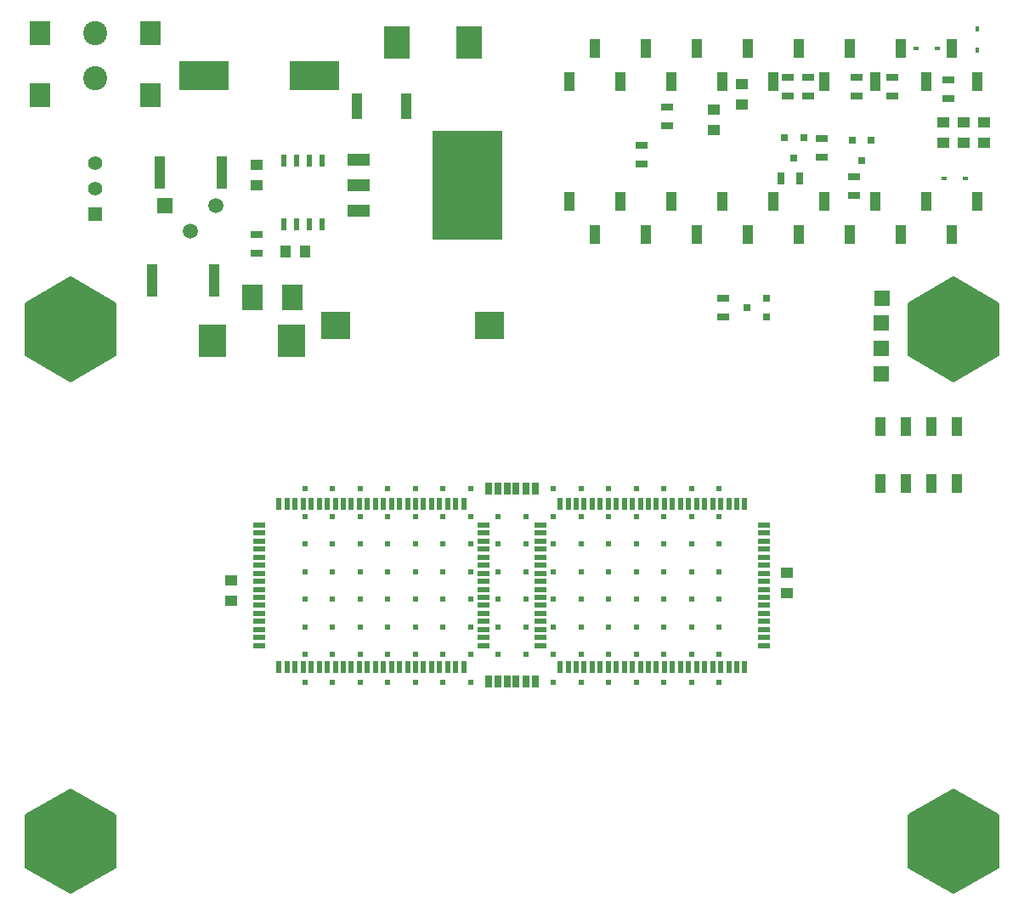
<source format=gbs>
G04 #@! TF.FileFunction,Soldermask,Bot*
%FSLAX46Y46*%
G04 Gerber Fmt 4.6, Leading zero omitted, Abs format (unit mm)*
G04 Created by KiCad (PCBNEW 0.201511241017+6328~38~ubuntu14.04.1-stable) date Mon 30 Nov 2015 09:24:39 AM CET*
%MOMM*%
G01*
G04 APERTURE LIST*
%ADD10C,0.100000*%
%ADD11C,0.150000*%
%ADD12C,1.000000*%
%ADD13C,3.200000*%
%ADD14C,9.000000*%
%ADD15R,0.500000X1.300000*%
%ADD16R,1.300000X0.500000*%
%ADD17C,0.604800*%
%ADD18R,1.000000X3.200000*%
%ADD19R,1.000000X2.500000*%
%ADD20R,2.920000X2.790000*%
%ADD21R,2.600000X3.200000*%
%ADD22R,2.286000X1.143000*%
%ADD23R,6.997700X10.800080*%
%ADD24R,1.000000X1.250000*%
%ADD25R,1.250000X1.000000*%
%ADD26R,2.000000X2.500000*%
%ADD27C,1.510000*%
%ADD28R,1.510000X1.510000*%
%ADD29R,1.300000X0.700000*%
%ADD30R,5.000000X3.000000*%
%ADD31R,2.700000X3.200000*%
%ADD32R,0.508000X1.143000*%
%ADD33R,1.020000X1.900000*%
%ADD34R,1.020000X1.850000*%
%ADD35C,2.400000*%
%ADD36R,2.000000X2.400000*%
%ADD37R,0.450000X0.590000*%
%ADD38R,0.590000X0.450000*%
%ADD39R,0.800100X0.800100*%
%ADD40R,0.700000X1.300000*%
%ADD41R,1.501140X1.501140*%
%ADD42R,1.397000X1.397000*%
%ADD43C,1.397000*%
%ADD44R,0.800000X1.300000*%
G04 APERTURE END LIST*
D10*
D11*
X51500000Y-71902000D02*
X51500000Y-77098000D01*
X60500000Y-71902000D02*
X60500000Y-77098000D01*
X56000000Y-69304000D02*
X60500000Y-71902000D01*
X51500000Y-71902000D02*
X56000000Y-69304000D01*
X56000000Y-79696000D02*
X51500000Y-77098000D01*
X60500000Y-77098000D02*
X56000000Y-79696000D01*
D12*
X52000000Y-72200000D02*
X56000000Y-69900000D01*
X52000000Y-76800000D02*
X52000000Y-72200000D01*
X56000000Y-79100000D02*
X52000000Y-76800000D01*
X60000000Y-76800000D02*
X56000000Y-79100000D01*
X60000000Y-72200000D02*
X60000000Y-76800000D01*
X56000000Y-69900000D02*
X60000000Y-72200000D01*
D11*
X51500000Y-122902000D02*
X51500000Y-128098000D01*
X60500000Y-122902000D02*
X60500000Y-128098000D01*
X56000000Y-120304000D02*
X60500000Y-122902000D01*
X51500000Y-122902000D02*
X56000000Y-120304000D01*
X56000000Y-130696000D02*
X51500000Y-128098000D01*
X60500000Y-128098000D02*
X56000000Y-130696000D01*
D12*
X52000000Y-123200000D02*
X56000000Y-120900000D01*
X52000000Y-127800000D02*
X52000000Y-123200000D01*
X56000000Y-130100000D02*
X52000000Y-127800000D01*
X60000000Y-127800000D02*
X56000000Y-130100000D01*
X60000000Y-123200000D02*
X60000000Y-127800000D01*
X56000000Y-120900000D02*
X60000000Y-123200000D01*
D11*
X139500000Y-122902000D02*
X139500000Y-128098000D01*
X148500000Y-122902000D02*
X148500000Y-128098000D01*
X144000000Y-120304000D02*
X148500000Y-122902000D01*
X139500000Y-122902000D02*
X144000000Y-120304000D01*
X144000000Y-130696000D02*
X139500000Y-128098000D01*
X148500000Y-128098000D02*
X144000000Y-130696000D01*
D12*
X140000000Y-123200000D02*
X144000000Y-120900000D01*
X140000000Y-127800000D02*
X140000000Y-123200000D01*
X144000000Y-130100000D02*
X140000000Y-127800000D01*
X148000000Y-127800000D02*
X144000000Y-130100000D01*
X148000000Y-123200000D02*
X148000000Y-127800000D01*
X144000000Y-120900000D02*
X148000000Y-123200000D01*
D11*
X139500000Y-71902000D02*
X139500000Y-77098000D01*
X148500000Y-71902000D02*
X148500000Y-77098000D01*
X144000000Y-69304000D02*
X148500000Y-71902000D01*
X139500000Y-71902000D02*
X144000000Y-69304000D01*
X144000000Y-79696000D02*
X139500000Y-77098000D01*
X148500000Y-77098000D02*
X144000000Y-79696000D01*
D12*
X140000000Y-72200000D02*
X144000000Y-69900000D01*
X140000000Y-76800000D02*
X140000000Y-72200000D01*
X144000000Y-79100000D02*
X140000000Y-76800000D01*
X148000000Y-76800000D02*
X144000000Y-79100000D01*
X148000000Y-72200000D02*
X148000000Y-76800000D01*
X144000000Y-69900000D02*
X148000000Y-72200000D01*
D13*
X56000000Y-74500000D03*
D14*
X56000000Y-74500000D03*
D13*
X56000000Y-125500000D03*
D14*
X56000000Y-125500000D03*
D13*
X144000000Y-125500000D03*
D14*
X144000000Y-125500000D03*
D15*
X95200000Y-108150000D03*
X94400000Y-108150000D03*
X93600000Y-108150000D03*
X92800000Y-108150000D03*
X92000000Y-108150000D03*
X91200000Y-108150000D03*
X90400000Y-108150000D03*
X89600000Y-108150000D03*
X88800000Y-108150000D03*
X88000000Y-108150000D03*
X87200000Y-108150000D03*
X86400000Y-108150000D03*
X85600000Y-108150000D03*
X84800000Y-108150000D03*
X84000000Y-108150000D03*
X83200000Y-108150000D03*
X82400000Y-108150000D03*
X81600000Y-108150000D03*
X80800000Y-108150000D03*
X80000000Y-108150000D03*
X79200000Y-108150000D03*
X78400000Y-108150000D03*
X77600000Y-108150000D03*
X76800000Y-108150000D03*
D16*
X74850000Y-106000000D03*
X74850000Y-105200000D03*
X74850000Y-104400000D03*
X74850000Y-103600000D03*
X74850000Y-102800000D03*
X74850000Y-102000000D03*
X74850000Y-101200000D03*
X74850000Y-100400000D03*
X74850000Y-99600000D03*
X74850000Y-98800000D03*
X74850000Y-98000000D03*
X74850000Y-97200000D03*
X74850000Y-96400000D03*
X74850000Y-95600000D03*
X74850000Y-94800000D03*
X74850000Y-94000000D03*
D15*
X76800000Y-91850000D03*
X77600000Y-91850000D03*
X78400000Y-91850000D03*
X79200000Y-91850000D03*
X80000000Y-91850000D03*
X80800000Y-91850000D03*
X81600000Y-91850000D03*
X82400000Y-91850000D03*
X83200000Y-91850000D03*
X84000000Y-91850000D03*
X84800000Y-91850000D03*
X85600000Y-91850000D03*
X86400000Y-91850000D03*
X87200000Y-91850000D03*
X88000000Y-91850000D03*
X88800000Y-91850000D03*
X89600000Y-91850000D03*
X90400000Y-91850000D03*
X91200000Y-91850000D03*
X92000000Y-91850000D03*
X92800000Y-91850000D03*
X93600000Y-91850000D03*
X94400000Y-91850000D03*
X95200000Y-91850000D03*
D16*
X97150000Y-94000000D03*
X97150000Y-94800000D03*
X97150000Y-95600000D03*
X97150000Y-96400000D03*
X97150000Y-97200000D03*
X97150000Y-98000000D03*
X97150000Y-98800000D03*
X97150000Y-99600000D03*
X97150000Y-100400000D03*
X97150000Y-101200000D03*
X97150000Y-102000000D03*
X97150000Y-102800000D03*
X97150000Y-103600000D03*
X97150000Y-104400000D03*
X97150000Y-105200000D03*
X97150000Y-106000000D03*
D17*
X79375000Y-90375000D03*
X82125000Y-90375000D03*
X84875000Y-90375000D03*
X87625000Y-90375000D03*
X90375000Y-90375000D03*
X93125000Y-90375000D03*
X95875000Y-90375000D03*
X98625000Y-90375000D03*
X79375000Y-93125000D03*
X82125000Y-93125000D03*
X84875000Y-93125000D03*
X87625000Y-93125000D03*
X90375000Y-93125000D03*
X93125000Y-93125000D03*
X95875000Y-93125000D03*
X98625000Y-93125000D03*
X79375000Y-95875000D03*
X82125000Y-95875000D03*
X84875000Y-95875000D03*
X87625000Y-95875000D03*
X90375000Y-95875000D03*
X93125000Y-95875000D03*
X95875000Y-95875000D03*
X98625000Y-95875000D03*
X79375000Y-98625000D03*
X82125000Y-98625000D03*
X84875000Y-98625000D03*
X87625000Y-98625000D03*
X90375000Y-98625000D03*
X93125000Y-98625000D03*
X95875000Y-98625000D03*
X98625000Y-98625000D03*
X79375000Y-101375000D03*
X82125000Y-101375000D03*
X84875000Y-101375000D03*
X87625000Y-101375000D03*
X90375000Y-101375000D03*
X93125000Y-101375000D03*
X95875000Y-101375000D03*
X98625000Y-101375000D03*
X79375000Y-104125000D03*
X82125000Y-104125000D03*
X84875000Y-104125000D03*
X87625000Y-104125000D03*
X90375000Y-104125000D03*
X93125000Y-104125000D03*
X95875000Y-104125000D03*
X98625000Y-104125000D03*
X79375000Y-106875000D03*
X82125000Y-106875000D03*
X84875000Y-106875000D03*
X87625000Y-106875000D03*
X90375000Y-106875000D03*
X93125000Y-106875000D03*
X95875000Y-106875000D03*
X98625000Y-106875000D03*
X79375000Y-109625000D03*
X82125000Y-109625000D03*
X84875000Y-109625000D03*
X87625000Y-109625000D03*
X90375000Y-109625000D03*
X93125000Y-109625000D03*
X95875000Y-109625000D03*
X98625000Y-109625000D03*
D18*
X70372000Y-69620000D03*
X64172000Y-69620000D03*
D19*
X89496000Y-52248000D03*
X84596000Y-52248000D03*
D20*
X82409000Y-74092000D03*
X97779000Y-74092000D03*
D21*
X95726000Y-45898000D03*
X88526000Y-45898000D03*
D22*
X84760000Y-60122000D03*
D23*
X95555000Y-60122000D03*
D22*
X84760000Y-57582000D03*
X84760000Y-62662000D03*
D24*
X79410000Y-66726000D03*
X77410000Y-66726000D03*
D25*
X74600000Y-58106000D03*
X74600000Y-60106000D03*
D26*
X78124000Y-71298000D03*
X74124000Y-71298000D03*
D27*
X70536000Y-62154000D03*
D28*
X65456000Y-62154000D03*
D27*
X67996000Y-64694000D03*
D29*
X74600000Y-65014000D03*
X74600000Y-66914000D03*
D30*
X80354000Y-49200000D03*
X69354000Y-49200000D03*
D18*
X71096000Y-58852000D03*
X64896000Y-58852000D03*
D31*
X78042000Y-75616000D03*
X70142000Y-75616000D03*
D32*
X81077000Y-57709000D03*
X79807000Y-57709000D03*
X78537000Y-57709000D03*
X77267000Y-57709000D03*
X77267000Y-64059000D03*
X78537000Y-64059000D03*
X79807000Y-64059000D03*
X81077000Y-64059000D03*
D25*
X120104000Y-52618000D03*
X120104000Y-54618000D03*
X144996000Y-55888000D03*
X144996000Y-53888000D03*
X122898000Y-52078000D03*
X122898000Y-50078000D03*
X142964000Y-53888000D03*
X142964000Y-55888000D03*
D17*
X120625000Y-101375000D03*
X120625000Y-104125000D03*
X120625000Y-106875000D03*
X120625000Y-109625000D03*
X117875000Y-101375000D03*
X117875000Y-104125000D03*
X117875000Y-109625000D03*
X117875000Y-106875000D03*
X115125000Y-101375000D03*
X115125000Y-106875000D03*
X115125000Y-109625000D03*
X115125000Y-104125000D03*
X112375000Y-101375000D03*
X112375000Y-109625000D03*
X112375000Y-106875000D03*
X112375000Y-104125000D03*
X109625000Y-101375000D03*
X109625000Y-109625000D03*
X109625000Y-106875000D03*
X109625000Y-104125000D03*
X106875000Y-109625000D03*
X106875000Y-106875000D03*
X106875000Y-104125000D03*
X106875000Y-101375000D03*
X104125000Y-109625000D03*
X101375000Y-106875000D03*
X101375000Y-104125000D03*
X104125000Y-104125000D03*
X104125000Y-106875000D03*
X101375000Y-109625000D03*
X101375000Y-101375000D03*
X104125000Y-101375000D03*
X104125000Y-98625000D03*
X101375000Y-98625000D03*
X101375000Y-90375000D03*
X104125000Y-93125000D03*
X101375000Y-95875000D03*
X104125000Y-95875000D03*
X101375000Y-93125000D03*
X104125000Y-90375000D03*
X106875000Y-98625000D03*
X106875000Y-95875000D03*
X106875000Y-93125000D03*
X106875000Y-90375000D03*
X109625000Y-95875000D03*
X109625000Y-93125000D03*
X109625000Y-90375000D03*
X109625000Y-98625000D03*
X112375000Y-95875000D03*
X112375000Y-93125000D03*
X112375000Y-90375000D03*
X112375000Y-98625000D03*
X115125000Y-95875000D03*
X115125000Y-90375000D03*
X115125000Y-93125000D03*
X115125000Y-98625000D03*
X117875000Y-93125000D03*
X117875000Y-90375000D03*
X117875000Y-95875000D03*
X117875000Y-98625000D03*
X120625000Y-90375000D03*
X120625000Y-93125000D03*
X120625000Y-95875000D03*
X120625000Y-98625000D03*
D15*
X104800000Y-91850000D03*
X105600000Y-91850000D03*
X106400000Y-91850000D03*
X107200000Y-91850000D03*
X108000000Y-91850000D03*
X108800000Y-91850000D03*
X109600000Y-91850000D03*
X110400000Y-91850000D03*
X111200000Y-91850000D03*
X112000000Y-91850000D03*
X112800000Y-91850000D03*
X113600000Y-91850000D03*
X114400000Y-91850000D03*
X115200000Y-91850000D03*
X116000000Y-91850000D03*
X116800000Y-91850000D03*
X117600000Y-91850000D03*
X118400000Y-91850000D03*
X119200000Y-91850000D03*
X120000000Y-91850000D03*
X120800000Y-91850000D03*
X121600000Y-91850000D03*
X122400000Y-91850000D03*
X123200000Y-91850000D03*
D16*
X125150000Y-94000000D03*
X125150000Y-94800000D03*
X125150000Y-95600000D03*
X125150000Y-96400000D03*
X125150000Y-97200000D03*
X125150000Y-98000000D03*
X125150000Y-98800000D03*
X125150000Y-99600000D03*
X125150000Y-100400000D03*
X125150000Y-101200000D03*
X125150000Y-102000000D03*
X125150000Y-102800000D03*
X125150000Y-103600000D03*
X125150000Y-104400000D03*
X125150000Y-105200000D03*
X125150000Y-106000000D03*
D15*
X123200000Y-108150000D03*
X122400000Y-108150000D03*
X121600000Y-108150000D03*
X120800000Y-108150000D03*
X120000000Y-108150000D03*
X119200000Y-108150000D03*
X118400000Y-108150000D03*
X117600000Y-108150000D03*
X116800000Y-108150000D03*
X116000000Y-108150000D03*
X115200000Y-108150000D03*
X114400000Y-108150000D03*
X113600000Y-108150000D03*
X112800000Y-108150000D03*
X112000000Y-108150000D03*
X111200000Y-108150000D03*
X110400000Y-108150000D03*
X109600000Y-108150000D03*
X108800000Y-108150000D03*
X108000000Y-108150000D03*
X107200000Y-108150000D03*
X106400000Y-108150000D03*
X105600000Y-108150000D03*
X104800000Y-108150000D03*
D16*
X102850000Y-106000000D03*
X102850000Y-105200000D03*
X102850000Y-104400000D03*
X102850000Y-103600000D03*
X102850000Y-102800000D03*
X102850000Y-102000000D03*
X102850000Y-101200000D03*
X102850000Y-100400000D03*
X102850000Y-99600000D03*
X102850000Y-98800000D03*
X102850000Y-98000000D03*
X102850000Y-97200000D03*
X102850000Y-96400000D03*
X102850000Y-95600000D03*
X102850000Y-94800000D03*
X102850000Y-94000000D03*
D33*
X146320000Y-61770000D03*
X143780000Y-65070000D03*
X141240000Y-61770000D03*
X138700000Y-65070000D03*
X136160000Y-61770000D03*
X133620000Y-65070000D03*
X131080000Y-61770000D03*
X128540000Y-65070000D03*
X126000000Y-61770000D03*
X123460000Y-65070000D03*
X118380000Y-65070000D03*
X113300000Y-65070000D03*
X108220000Y-65070000D03*
X105680000Y-61770000D03*
X115840000Y-61770000D03*
X110760000Y-61770000D03*
X120920000Y-61770000D03*
X136160000Y-49830000D03*
X141240000Y-49830000D03*
X131080000Y-49830000D03*
X146320000Y-49830000D03*
X143780000Y-46530000D03*
X138700000Y-46530000D03*
X133620000Y-46530000D03*
X128540000Y-46530000D03*
X126000000Y-49830000D03*
X123460000Y-46530000D03*
X120920000Y-49830000D03*
X118380000Y-46530000D03*
X115840000Y-49830000D03*
X113300000Y-46530000D03*
X110760000Y-49830000D03*
X108220000Y-46530000D03*
X105680000Y-49830000D03*
D34*
X144310000Y-84175000D03*
X141770000Y-84175000D03*
X139230000Y-84175000D03*
X136690000Y-84175000D03*
X144310000Y-89825000D03*
X141770000Y-89825000D03*
X139230000Y-89825000D03*
X136690000Y-89825000D03*
D35*
X58500000Y-49500000D03*
D36*
X53000000Y-45000000D03*
X64000000Y-45000000D03*
X53000000Y-51200000D03*
X64000000Y-51200000D03*
D35*
X58500000Y-45000000D03*
D29*
X112954000Y-58024000D03*
X112954000Y-56124000D03*
X143472000Y-51520000D03*
X143472000Y-49620000D03*
D25*
X147028000Y-55888000D03*
X147028000Y-53888000D03*
D37*
X146393000Y-46672000D03*
X146393000Y-44562000D03*
D38*
X145162000Y-59460000D03*
X143052000Y-59460000D03*
D39*
X133886000Y-55665240D03*
X135786000Y-55665240D03*
X134836000Y-57664220D03*
X127155000Y-55411240D03*
X129055000Y-55411240D03*
X128105000Y-57410220D03*
D29*
X121082000Y-73264000D03*
X121082000Y-71364000D03*
X115494000Y-52314000D03*
X115494000Y-54214000D03*
D40*
X126774000Y-59460000D03*
X128674000Y-59460000D03*
D29*
X134074000Y-61172000D03*
X134074000Y-59272000D03*
X130899000Y-57362000D03*
X130899000Y-55462000D03*
X127470000Y-49366000D03*
X127470000Y-51266000D03*
X137884000Y-49366000D03*
X137884000Y-51266000D03*
X134328000Y-49366000D03*
X134328000Y-51266000D03*
D38*
X142368000Y-46506000D03*
X140258000Y-46506000D03*
D39*
X125384760Y-71364000D03*
X125384760Y-73264000D03*
X123385780Y-72314000D03*
D29*
X129502000Y-49366000D03*
X129502000Y-51266000D03*
D13*
X144000000Y-74500000D03*
D14*
X144000000Y-74500000D03*
D41*
X136868000Y-71398000D03*
X136830000Y-73838000D03*
X136830000Y-76378000D03*
X136830000Y-78918000D03*
D25*
X127432000Y-98746000D03*
X127432000Y-100746000D03*
X72060000Y-101508000D03*
X72060000Y-99508000D03*
D42*
X58500000Y-63040000D03*
D43*
X58500000Y-60500000D03*
X58500000Y-57960000D03*
D44*
X98620000Y-109604000D03*
D40*
X99570000Y-109604000D03*
X97670000Y-109604000D03*
D44*
X101370000Y-90354000D03*
D40*
X100420000Y-90354000D03*
X102320000Y-90354000D03*
D44*
X98620000Y-90354000D03*
D40*
X97670000Y-90354000D03*
X99570000Y-90354000D03*
D44*
X101370000Y-109604000D03*
D40*
X100420000Y-109604000D03*
X102320000Y-109604000D03*
M02*

</source>
